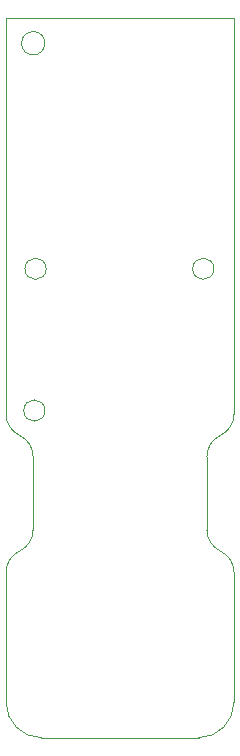
<source format=gbr>
%TF.GenerationSoftware,KiCad,Pcbnew,(5.1.6)-1*%
%TF.CreationDate,2021-02-04T17:03:45-05:00*%
%TF.ProjectId,horny_charger,686f726e-795f-4636-9861-726765722e6b,rev?*%
%TF.SameCoordinates,Original*%
%TF.FileFunction,Profile,NP*%
%FSLAX46Y46*%
G04 Gerber Fmt 4.6, Leading zero omitted, Abs format (unit mm)*
G04 Created by KiCad (PCBNEW (5.1.6)-1) date 2021-02-04 17:03:45*
%MOMM*%
%LPD*%
G01*
G04 APERTURE LIST*
%TA.AperFunction,Profile*%
%ADD10C,0.050000*%
%TD*%
G04 APERTURE END LIST*
D10*
X155100000Y-60800000D02*
G75*
G03*
X155100000Y-60800000I-900000J0D01*
G01*
X140784886Y-41700000D02*
G75*
G03*
X140784886Y-41700000I-984886J0D01*
G01*
X137500000Y-86500000D02*
X137500000Y-97500000D01*
X156800000Y-86500000D02*
X156800000Y-97500000D01*
X154507400Y-82900000D02*
G75*
G03*
X155653700Y-84700000I1986393J0D01*
G01*
X156800000Y-86500000D02*
G75*
G03*
X155653700Y-84700000I-1986393J0D01*
G01*
X154507400Y-76700000D02*
G75*
G02*
X155653700Y-74900000I1986393J0D01*
G01*
X156800000Y-73100000D02*
G75*
G02*
X155653700Y-74900000I-1986393J0D01*
G01*
X154507400Y-76700000D02*
X154507400Y-82900000D01*
X139792600Y-82900000D02*
X139792600Y-76700000D01*
X139792600Y-76700000D02*
G75*
G03*
X138646300Y-74900000I-1986393J0D01*
G01*
X137500000Y-73100000D02*
G75*
G03*
X138646300Y-74900000I1986393J0D01*
G01*
X139792600Y-82900000D02*
G75*
G02*
X138646300Y-84700000I-1986393J0D01*
G01*
X137500000Y-86500000D02*
G75*
G02*
X138646300Y-84700000I1986393J0D01*
G01*
X156800000Y-97500000D02*
G75*
G02*
X153800000Y-100500000I-3000000J0D01*
G01*
X140500000Y-100500000D02*
G75*
G02*
X137500000Y-97500000I0J3000000D01*
G01*
X140800000Y-72800000D02*
G75*
G03*
X140800000Y-72800000I-900000J0D01*
G01*
X140900000Y-60800000D02*
G75*
G03*
X140900000Y-60800000I-900000J0D01*
G01*
X137500000Y-39600000D02*
X156800000Y-39600000D01*
X153800000Y-100500000D02*
X140500000Y-100500000D01*
X137500000Y-73100000D02*
X137500000Y-39600000D01*
X156800000Y-39600000D02*
X156800000Y-73100000D01*
M02*

</source>
